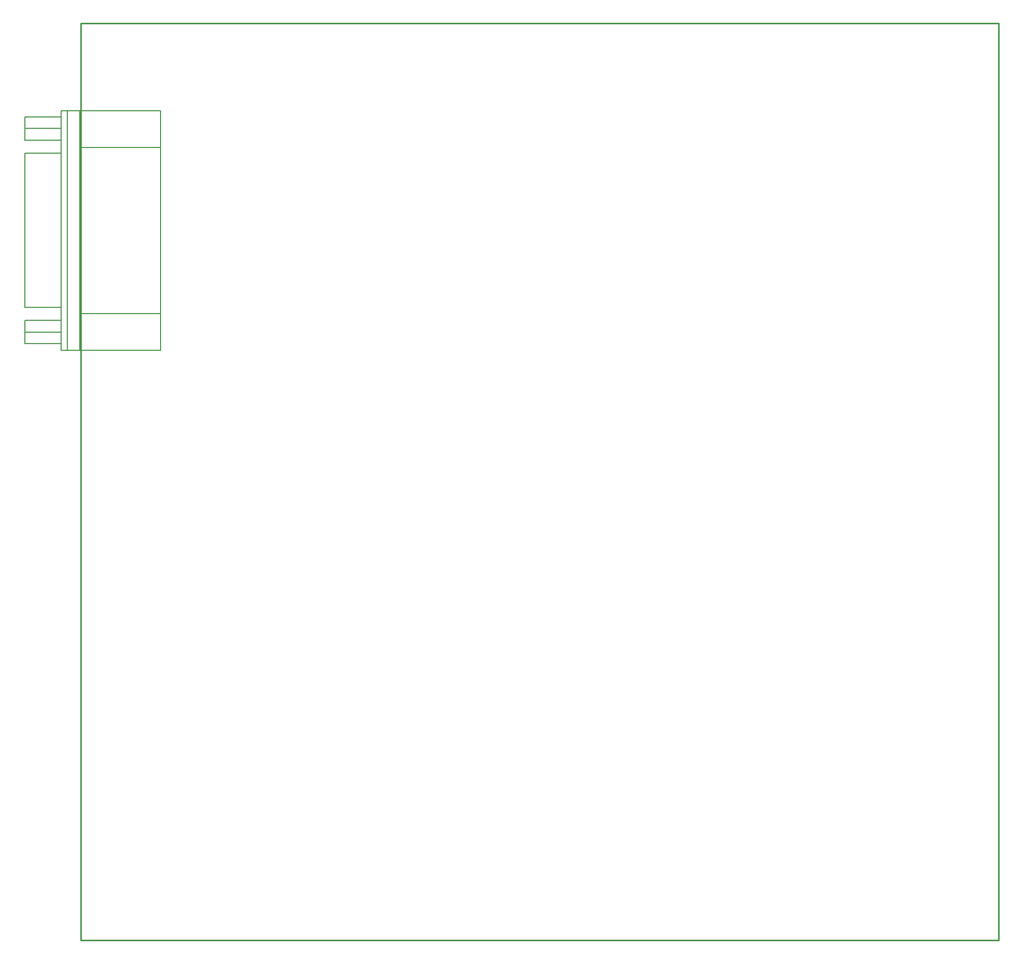
<source format=gm1>
G04*
G04 #@! TF.GenerationSoftware,Altium Limited,Altium Designer,18.0.9 (584)*
G04*
G04 Layer_Color=16711935*
%FSLAX44Y44*%
%MOMM*%
G71*
G01*
G75*
%ADD11C,0.2540*%
%ADD13C,0.2000*%
D11*
X0Y0D02*
X1500000D01*
Y1500000D01*
X0D02*
X1500000D01*
X0Y0D02*
Y1500000D01*
D13*
X-91631Y995160D02*
X-32631D01*
X-91631Y976160D02*
Y995160D01*
Y976160D02*
X-32631D01*
X-91631Y1014160D02*
X-32631D01*
X-91631Y995160D02*
Y1014160D01*
Y1328408D02*
X-32631D01*
X-91631Y1309408D02*
Y1328408D01*
Y1309408D02*
X-32631D01*
X-91631Y1347408D02*
X-32631D01*
X-91631Y1328408D02*
Y1347408D01*
X129929Y965580D02*
Y1357580D01*
X-32631Y965580D02*
X129929D01*
X-32631Y1357580D02*
X129929D01*
X-32631Y965580D02*
Y1357580D01*
X-22471Y965580D02*
Y1357580D01*
X-2151Y965580D02*
Y1357580D01*
Y1025580D02*
X129929D01*
X-2151Y1297580D02*
X129929D01*
X-91631Y1035580D02*
X-32631D01*
X-91631D02*
Y1287580D01*
X-32631D01*
M02*

</source>
